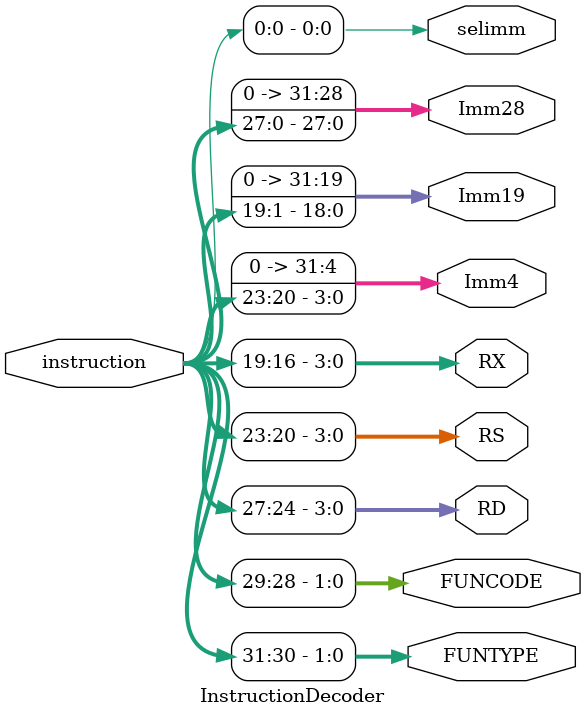
<source format=sv>
/*
This module implements the instruction decoder which takes a 32 bits instruction and returns its decoded function type and code, its registers and 
its extended immediates as well as its immediate signal
*/

module InstructionDecoder #(parameter bus = 32) (input logic [31:0] instruction, output logic [1:0] FUNTYPE, FUNCODE , output logic [3:0] RD, RS, RX, output logic [bus-1:0] Imm4, Imm19, Imm28, output logic selimm);
	assign FUNTYPE  = instruction[31:30];
	assign FUNCODE  = instruction[29:28];
	assign RD = instruction[27:24];
	assign RS = instruction[23:20];
	assign RX = instruction[19:16];
	assign selimm = instruction[0];
	assign Imm4[3:0] = instruction[23:20];
	
	assign Imm19[18:0] = instruction[19:1];
	assign Imm28[27:0] = instruction[27:0];
	assign Imm4[bus-1:4] = '0;
	assign Imm28[bus-1:28] = '0;
	assign Imm19[bus-1:19] = '0;	
	
endmodule
</source>
